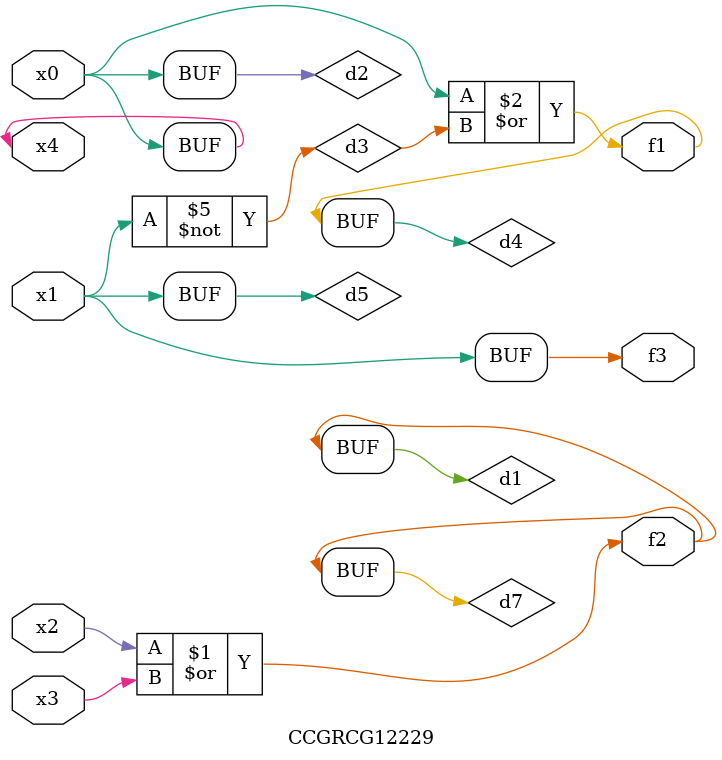
<source format=v>
module CCGRCG12229(
	input x0, x1, x2, x3, x4,
	output f1, f2, f3
);

	wire d1, d2, d3, d4, d5, d6, d7;

	or (d1, x2, x3);
	buf (d2, x0, x4);
	not (d3, x1);
	or (d4, d2, d3);
	not (d5, d3);
	nand (d6, d1, d3);
	or (d7, d1);
	assign f1 = d4;
	assign f2 = d7;
	assign f3 = d5;
endmodule

</source>
